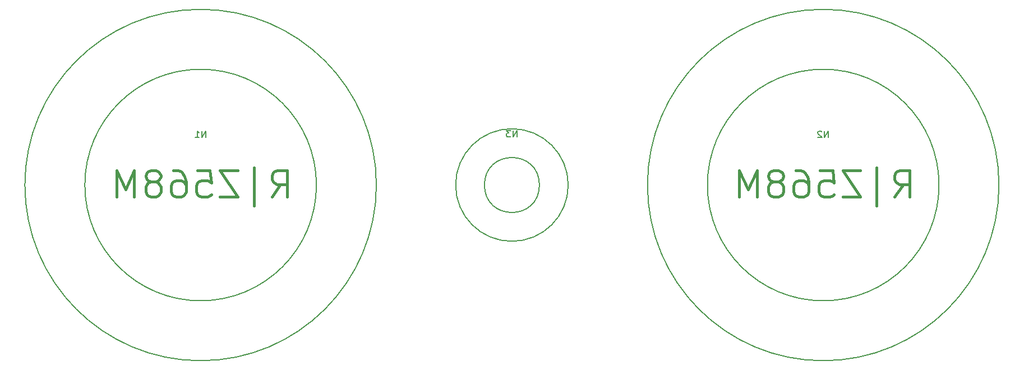
<source format=gbr>
G04 #@! TF.GenerationSoftware,KiCad,Pcbnew,5.0.2+dfsg1-1~bpo9+1*
G04 #@! TF.CreationDate,2020-04-30T19:20:10-04:00*
G04 #@! TF.ProjectId,NixieTest,4e697869-6554-4657-9374-2e6b69636164,rev?*
G04 #@! TF.SameCoordinates,Original*
G04 #@! TF.FileFunction,Legend,Bot*
G04 #@! TF.FilePolarity,Positive*
%FSLAX46Y46*%
G04 Gerber Fmt 4.6, Leading zero omitted, Abs format (unit mm)*
G04 Created by KiCad (PCBNEW 5.0.2+dfsg1-1~bpo9+1) date Thu 30 Apr 2020 07:20:10 PM EDT*
%MOMM*%
%LPD*%
G01*
G04 APERTURE LIST*
%ADD10C,0.150000*%
%ADD11C,0.400000*%
G04 APERTURE END LIST*
D10*
G04 #@! TO.C,N1*
X106532866Y-55000000D02*
G75*
G03X106532866Y-55000000I-26532866J0D01*
G01*
X97480140Y-55000000D02*
G75*
G03X97480140Y-55000000I-17480140J0D01*
G01*
G04 #@! TO.C,N2*
X191480140Y-55000000D02*
G75*
G03X191480140Y-55000000I-17480140J0D01*
G01*
X200532866Y-55000000D02*
G75*
G03X200532866Y-55000000I-26532866J0D01*
G01*
G04 #@! TO.C,N3*
X131150048Y-55000000D02*
G75*
G03X131150048Y-55000000I-4150048J0D01*
G01*
X135500000Y-55000000D02*
G75*
G03X135500000Y-55000000I-8500000J0D01*
G01*
G04 #@! TO.C,N1*
X80761904Y-47832380D02*
X80761904Y-46832380D01*
X80190476Y-47832380D01*
X80190476Y-46832380D01*
X79190476Y-47832380D02*
X79761904Y-47832380D01*
X79476190Y-47832380D02*
X79476190Y-46832380D01*
X79571428Y-46975238D01*
X79666666Y-47070476D01*
X79761904Y-47118095D01*
D11*
X90741428Y-56789523D02*
X92074761Y-54884761D01*
X93027142Y-56789523D02*
X93027142Y-52789523D01*
X91503333Y-52789523D01*
X91122380Y-52980000D01*
X90931904Y-53170476D01*
X90741428Y-53551428D01*
X90741428Y-54122857D01*
X90931904Y-54503809D01*
X91122380Y-54694285D01*
X91503333Y-54884761D01*
X93027142Y-54884761D01*
X88074761Y-58122857D02*
X88074761Y-52408571D01*
X85598571Y-52789523D02*
X82931904Y-52789523D01*
X85598571Y-56789523D01*
X82931904Y-56789523D01*
X79503333Y-52789523D02*
X81408095Y-52789523D01*
X81598571Y-54694285D01*
X81408095Y-54503809D01*
X81027142Y-54313333D01*
X80074761Y-54313333D01*
X79693809Y-54503809D01*
X79503333Y-54694285D01*
X79312857Y-55075238D01*
X79312857Y-56027619D01*
X79503333Y-56408571D01*
X79693809Y-56599047D01*
X80074761Y-56789523D01*
X81027142Y-56789523D01*
X81408095Y-56599047D01*
X81598571Y-56408571D01*
X75884285Y-52789523D02*
X76646190Y-52789523D01*
X77027142Y-52980000D01*
X77217619Y-53170476D01*
X77598571Y-53741904D01*
X77789047Y-54503809D01*
X77789047Y-56027619D01*
X77598571Y-56408571D01*
X77408095Y-56599047D01*
X77027142Y-56789523D01*
X76265238Y-56789523D01*
X75884285Y-56599047D01*
X75693809Y-56408571D01*
X75503333Y-56027619D01*
X75503333Y-55075238D01*
X75693809Y-54694285D01*
X75884285Y-54503809D01*
X76265238Y-54313333D01*
X77027142Y-54313333D01*
X77408095Y-54503809D01*
X77598571Y-54694285D01*
X77789047Y-55075238D01*
X73217619Y-54503809D02*
X73598571Y-54313333D01*
X73789047Y-54122857D01*
X73979523Y-53741904D01*
X73979523Y-53551428D01*
X73789047Y-53170476D01*
X73598571Y-52980000D01*
X73217619Y-52789523D01*
X72455714Y-52789523D01*
X72074761Y-52980000D01*
X71884285Y-53170476D01*
X71693809Y-53551428D01*
X71693809Y-53741904D01*
X71884285Y-54122857D01*
X72074761Y-54313333D01*
X72455714Y-54503809D01*
X73217619Y-54503809D01*
X73598571Y-54694285D01*
X73789047Y-54884761D01*
X73979523Y-55265714D01*
X73979523Y-56027619D01*
X73789047Y-56408571D01*
X73598571Y-56599047D01*
X73217619Y-56789523D01*
X72455714Y-56789523D01*
X72074761Y-56599047D01*
X71884285Y-56408571D01*
X71693809Y-56027619D01*
X71693809Y-55265714D01*
X71884285Y-54884761D01*
X72074761Y-54694285D01*
X72455714Y-54503809D01*
X69979523Y-56789523D02*
X69979523Y-52789523D01*
X68646190Y-55646666D01*
X67312857Y-52789523D01*
X67312857Y-56789523D01*
G04 #@! TO.C,N2*
D10*
X174761904Y-47832380D02*
X174761904Y-46832380D01*
X174190476Y-47832380D01*
X174190476Y-46832380D01*
X173761904Y-46927619D02*
X173714285Y-46880000D01*
X173619047Y-46832380D01*
X173380952Y-46832380D01*
X173285714Y-46880000D01*
X173238095Y-46927619D01*
X173190476Y-47022857D01*
X173190476Y-47118095D01*
X173238095Y-47260952D01*
X173809523Y-47832380D01*
X173190476Y-47832380D01*
D11*
X184741428Y-56789523D02*
X186074761Y-54884761D01*
X187027142Y-56789523D02*
X187027142Y-52789523D01*
X185503333Y-52789523D01*
X185122380Y-52980000D01*
X184931904Y-53170476D01*
X184741428Y-53551428D01*
X184741428Y-54122857D01*
X184931904Y-54503809D01*
X185122380Y-54694285D01*
X185503333Y-54884761D01*
X187027142Y-54884761D01*
X182074761Y-58122857D02*
X182074761Y-52408571D01*
X179598571Y-52789523D02*
X176931904Y-52789523D01*
X179598571Y-56789523D01*
X176931904Y-56789523D01*
X173503333Y-52789523D02*
X175408095Y-52789523D01*
X175598571Y-54694285D01*
X175408095Y-54503809D01*
X175027142Y-54313333D01*
X174074761Y-54313333D01*
X173693809Y-54503809D01*
X173503333Y-54694285D01*
X173312857Y-55075238D01*
X173312857Y-56027619D01*
X173503333Y-56408571D01*
X173693809Y-56599047D01*
X174074761Y-56789523D01*
X175027142Y-56789523D01*
X175408095Y-56599047D01*
X175598571Y-56408571D01*
X169884285Y-52789523D02*
X170646190Y-52789523D01*
X171027142Y-52980000D01*
X171217619Y-53170476D01*
X171598571Y-53741904D01*
X171789047Y-54503809D01*
X171789047Y-56027619D01*
X171598571Y-56408571D01*
X171408095Y-56599047D01*
X171027142Y-56789523D01*
X170265238Y-56789523D01*
X169884285Y-56599047D01*
X169693809Y-56408571D01*
X169503333Y-56027619D01*
X169503333Y-55075238D01*
X169693809Y-54694285D01*
X169884285Y-54503809D01*
X170265238Y-54313333D01*
X171027142Y-54313333D01*
X171408095Y-54503809D01*
X171598571Y-54694285D01*
X171789047Y-55075238D01*
X167217619Y-54503809D02*
X167598571Y-54313333D01*
X167789047Y-54122857D01*
X167979523Y-53741904D01*
X167979523Y-53551428D01*
X167789047Y-53170476D01*
X167598571Y-52980000D01*
X167217619Y-52789523D01*
X166455714Y-52789523D01*
X166074761Y-52980000D01*
X165884285Y-53170476D01*
X165693809Y-53551428D01*
X165693809Y-53741904D01*
X165884285Y-54122857D01*
X166074761Y-54313333D01*
X166455714Y-54503809D01*
X167217619Y-54503809D01*
X167598571Y-54694285D01*
X167789047Y-54884761D01*
X167979523Y-55265714D01*
X167979523Y-56027619D01*
X167789047Y-56408571D01*
X167598571Y-56599047D01*
X167217619Y-56789523D01*
X166455714Y-56789523D01*
X166074761Y-56599047D01*
X165884285Y-56408571D01*
X165693809Y-56027619D01*
X165693809Y-55265714D01*
X165884285Y-54884761D01*
X166074761Y-54694285D01*
X166455714Y-54503809D01*
X163979523Y-56789523D02*
X163979523Y-52789523D01*
X162646190Y-55646666D01*
X161312857Y-52789523D01*
X161312857Y-56789523D01*
G04 #@! TO.C,N3*
D10*
X127761904Y-47752380D02*
X127761904Y-46752380D01*
X127190476Y-47752380D01*
X127190476Y-46752380D01*
X126809523Y-46752380D02*
X126190476Y-46752380D01*
X126523809Y-47133333D01*
X126380952Y-47133333D01*
X126285714Y-47180952D01*
X126238095Y-47228571D01*
X126190476Y-47323809D01*
X126190476Y-47561904D01*
X126238095Y-47657142D01*
X126285714Y-47704761D01*
X126380952Y-47752380D01*
X126666666Y-47752380D01*
X126761904Y-47704761D01*
X126809523Y-47657142D01*
G04 #@! TD*
M02*

</source>
